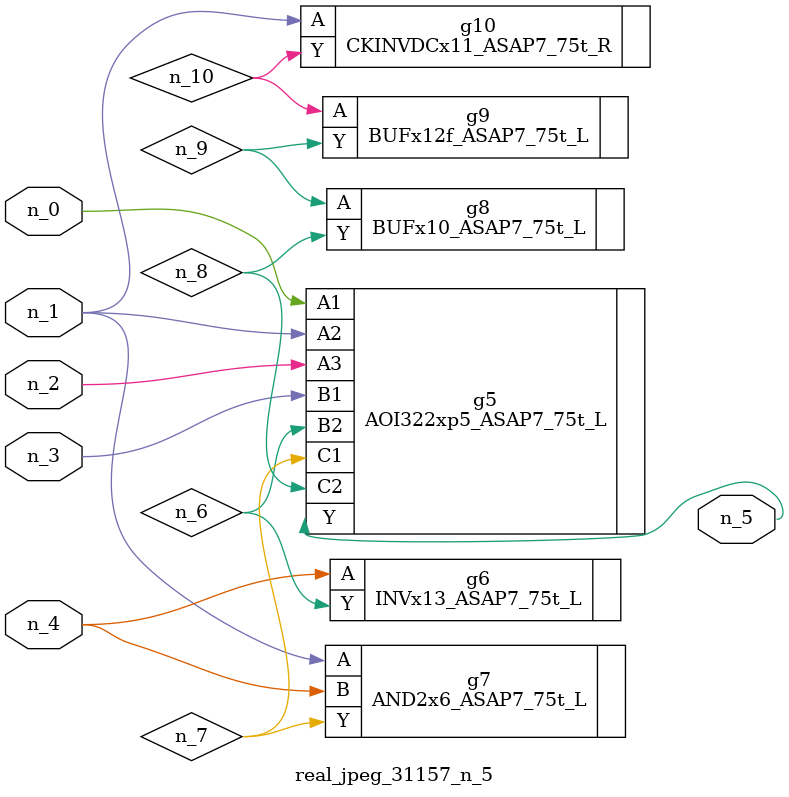
<source format=v>
module real_jpeg_31157_n_5 (n_4, n_0, n_1, n_2, n_3, n_5);

input n_4;
input n_0;
input n_1;
input n_2;
input n_3;

output n_5;

wire n_8;
wire n_6;
wire n_7;
wire n_10;
wire n_9;

AOI322xp5_ASAP7_75t_L g5 ( 
.A1(n_0),
.A2(n_1),
.A3(n_2),
.B1(n_3),
.B2(n_6),
.C1(n_7),
.C2(n_8),
.Y(n_5)
);

AND2x6_ASAP7_75t_L g7 ( 
.A(n_1),
.B(n_4),
.Y(n_7)
);

CKINVDCx11_ASAP7_75t_R g10 ( 
.A(n_1),
.Y(n_10)
);

INVx13_ASAP7_75t_L g6 ( 
.A(n_4),
.Y(n_6)
);

BUFx10_ASAP7_75t_L g8 ( 
.A(n_9),
.Y(n_8)
);

BUFx12f_ASAP7_75t_L g9 ( 
.A(n_10),
.Y(n_9)
);


endmodule
</source>
